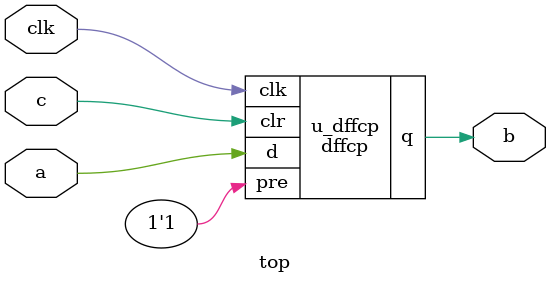
<source format=v>
module dffcp
    ( input d, clk, pre, clr, output reg q );
	always @( posedge clk, posedge pre, negedge clr )
		if ( pre )
			q <= 1'b1;
		else if ( clr )
			q <= 1'b0;
		else
            q <= d;
endmodule


module top (
input clk,
input a,
input c,
output b
);

dffcp u_dffcp (
        .clk (clk ),
        .clr (c ),
`ifndef BUG
        .pre (1'b1),
`else
        .pre (1'b0),
`endif
        .d (a ),
        .q (b )
    );

endmodule

</source>
